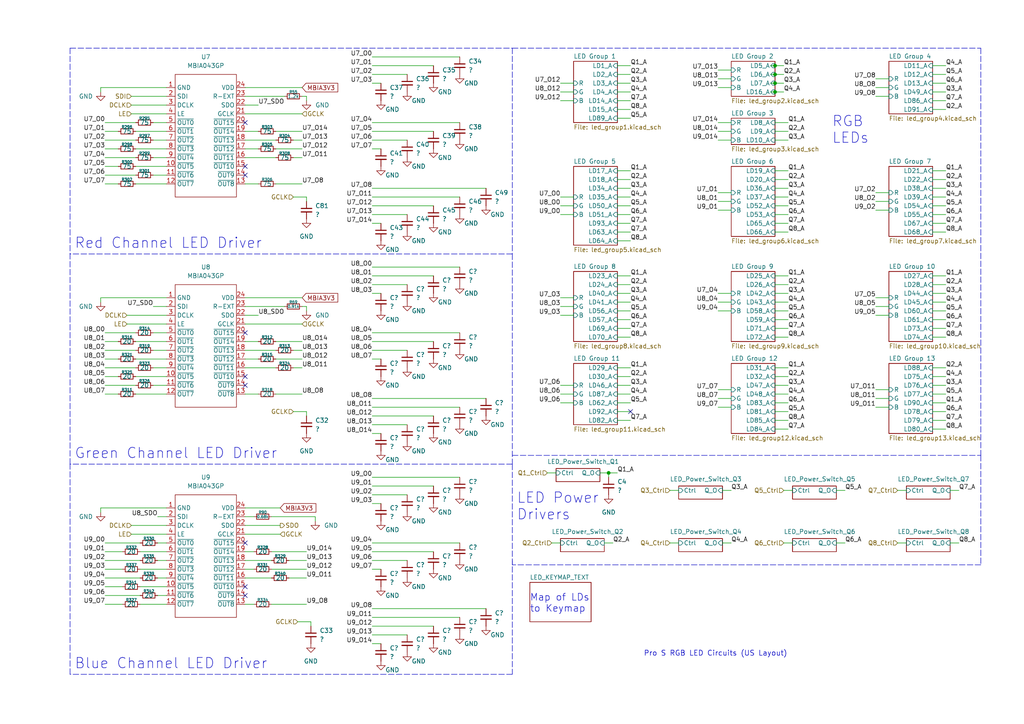
<source format=kicad_sch>
(kicad_sch (version 20211123) (generator eeschema)
  (paper "A4")
  (junction (at 224.79 26.67))
  (junction (at 224.79 24.13))
  (junction (at 176.53 137.16))
  (junction (at 224.79 21.59))
  (junction (at 224.79 19.05))
  (no_connect (at 71.12 172.72))
  (no_connect (at 71.12 170.18))
  (no_connect (at 71.12 111.76))
  (no_connect (at 71.12 109.22))
  (no_connect (at 71.12 96.52))
  (no_connect (at 71.12 157.48))
  (no_connect (at 71.12 35.56))
  (no_connect (at 71.12 48.26))
  (no_connect (at 71.12 50.8))
  (no_connect (at 182.88 119.38))
  (wire (pts (xy 30.48 172.72) (xy 40.64 172.72)))
  (wire (pts (xy 161.29 137.16) (xy 158.75 137.16)))
  (wire (pts (xy 30.48 48.26) (xy 34.29 48.26)))
  (wire (pts (xy 107.95 40.64) (xy 118.11 40.64)))
  (wire (pts (xy 71.12 88.9) (xy 82.55 88.9)))
  (polyline (pts (xy 148.59 134.62) (xy 20.32 134.62)))
  (wire (pts (xy 39.37 109.22) (xy 48.26 109.22)))
  (wire (pts (xy 162.56 86.36) (xy 166.37 86.36)))
  (wire (pts (xy 162.56 59.69) (xy 166.37 59.69)))
  (wire (pts (xy 82.55 27.94) (xy 71.12 27.94)))
  (wire (pts (xy 224.79 85.09) (xy 228.6 85.09)))
  (wire (pts (xy 224.79 40.64) (xy 228.6 40.64)))
  (polyline (pts (xy 20.32 195.58) (xy 20.32 134.62)))
  (wire (pts (xy 71.12 99.06) (xy 74.93 99.06)))
  (wire (pts (xy 107.95 54.61) (xy 140.97 54.61)))
  (wire (pts (xy 270.51 19.05) (xy 274.32 19.05)))
  (wire (pts (xy 71.12 106.68) (xy 80.01 106.68)))
  (wire (pts (xy 78.74 160.02) (xy 88.9 160.02)))
  (wire (pts (xy 208.28 38.1) (xy 212.09 38.1)))
  (wire (pts (xy 224.79 90.17) (xy 228.6 90.17)))
  (wire (pts (xy 179.07 95.25) (xy 182.88 95.25)))
  (wire (pts (xy 30.48 45.72) (xy 39.37 45.72)))
  (wire (pts (xy 107.95 160.02) (xy 125.73 160.02)))
  (wire (pts (xy 162.56 116.84) (xy 166.37 116.84)))
  (polyline (pts (xy 148.59 73.66) (xy 148.59 134.62)))
  (polyline (pts (xy 148.59 13.97) (xy 148.59 73.66)))
  (wire (pts (xy 40.64 160.02) (xy 48.26 160.02)))
  (wire (pts (xy 48.26 96.52) (xy 44.45 96.52)))
  (wire (pts (xy 224.79 67.31) (xy 228.6 67.31)))
  (wire (pts (xy 254 91.44) (xy 257.81 91.44)))
  (wire (pts (xy 30.48 43.18) (xy 34.29 43.18)))
  (wire (pts (xy 162.56 62.23) (xy 166.37 62.23)))
  (wire (pts (xy 224.79 97.79) (xy 228.6 97.79)))
  (wire (pts (xy 107.95 115.57) (xy 140.97 115.57)))
  (wire (pts (xy 30.48 35.56) (xy 39.37 35.56)))
  (wire (pts (xy 88.9 27.94) (xy 87.63 27.94)))
  (wire (pts (xy 208.28 25.4) (xy 212.09 25.4)))
  (wire (pts (xy 245.11 157.48) (xy 242.57 157.48)))
  (wire (pts (xy 39.37 38.1) (xy 48.26 38.1)))
  (wire (pts (xy 179.07 24.13) (xy 182.88 24.13)))
  (wire (pts (xy 224.79 111.76) (xy 228.6 111.76)))
  (wire (pts (xy 270.51 49.53) (xy 274.32 49.53)))
  (wire (pts (xy 71.12 43.18) (xy 74.93 43.18)))
  (wire (pts (xy 30.48 157.48) (xy 40.64 157.48)))
  (wire (pts (xy 196.85 142.24) (xy 194.31 142.24)))
  (wire (pts (xy 254 60.96) (xy 257.81 60.96)))
  (wire (pts (xy 254 88.9) (xy 257.81 88.9)))
  (wire (pts (xy 208.28 85.09) (xy 212.09 85.09)))
  (wire (pts (xy 270.51 26.67) (xy 274.32 26.67)))
  (wire (pts (xy 85.09 40.64) (xy 87.63 40.64)))
  (wire (pts (xy 78.74 175.26) (xy 88.9 175.26)))
  (wire (pts (xy 162.56 26.67) (xy 166.37 26.67)))
  (wire (pts (xy 107.95 123.19) (xy 118.11 123.19)))
  (wire (pts (xy 39.37 48.26) (xy 48.26 48.26)))
  (wire (pts (xy 254 25.4) (xy 257.81 25.4)))
  (wire (pts (xy 80.01 99.06) (xy 87.63 99.06)))
  (wire (pts (xy 162.56 29.21) (xy 166.37 29.21)))
  (wire (pts (xy 107.95 96.52) (xy 133.35 96.52)))
  (wire (pts (xy 179.07 59.69) (xy 182.88 59.69)))
  (wire (pts (xy 91.44 151.13) (xy 91.44 149.86)))
  (wire (pts (xy 30.48 160.02) (xy 35.56 160.02)))
  (wire (pts (xy 87.63 33.02) (xy 71.12 33.02)))
  (wire (pts (xy 71.12 160.02) (xy 73.66 160.02)))
  (wire (pts (xy 71.12 104.14) (xy 74.93 104.14)))
  (wire (pts (xy 30.48 162.56) (xy 40.64 162.56)))
  (wire (pts (xy 71.12 53.34) (xy 74.93 53.34)))
  (wire (pts (xy 208.28 90.17) (xy 212.09 90.17)))
  (wire (pts (xy 107.95 184.15) (xy 118.11 184.15)))
  (wire (pts (xy 270.51 116.84) (xy 274.32 116.84)))
  (wire (pts (xy 48.26 111.76) (xy 44.45 111.76)))
  (wire (pts (xy 254 58.42) (xy 257.81 58.42)))
  (wire (pts (xy 107.95 62.23) (xy 118.11 62.23)))
  (wire (pts (xy 270.51 80.01) (xy 274.32 80.01)))
  (wire (pts (xy 85.09 101.6) (xy 87.63 101.6)))
  (wire (pts (xy 179.07 85.09) (xy 182.88 85.09)))
  (wire (pts (xy 107.95 157.48) (xy 133.35 157.48)))
  (wire (pts (xy 90.17 180.34) (xy 90.17 181.61)))
  (wire (pts (xy 30.48 101.6) (xy 39.37 101.6)))
  (wire (pts (xy 107.95 104.14) (xy 110.49 104.14)))
  (wire (pts (xy 107.95 120.65) (xy 125.73 120.65)))
  (wire (pts (xy 179.07 34.29) (xy 182.88 34.29)))
  (wire (pts (xy 179.07 49.53) (xy 182.88 49.53)))
  (wire (pts (xy 48.26 101.6) (xy 44.45 101.6)))
  (wire (pts (xy 162.56 111.76) (xy 166.37 111.76)))
  (polyline (pts (xy 148.59 134.62) (xy 148.59 195.58)))
  (wire (pts (xy 107.95 21.59) (xy 118.11 21.59)))
  (wire (pts (xy 107.95 125.73) (xy 110.49 125.73)))
  (wire (pts (xy 179.07 114.3) (xy 182.88 114.3)))
  (wire (pts (xy 71.12 175.26) (xy 73.66 175.26)))
  (wire (pts (xy 212.09 142.24) (xy 209.55 142.24)))
  (wire (pts (xy 107.95 146.05) (xy 110.49 146.05)))
  (wire (pts (xy 270.51 52.07) (xy 274.32 52.07)))
  (wire (pts (xy 208.28 40.64) (xy 212.09 40.64)))
  (wire (pts (xy 107.95 24.13) (xy 110.49 24.13)))
  (wire (pts (xy 254 55.88) (xy 257.81 55.88)))
  (wire (pts (xy 40.64 170.18) (xy 48.26 170.18)))
  (wire (pts (xy 30.48 114.3) (xy 34.29 114.3)))
  (wire (pts (xy 29.21 26.67) (xy 29.21 25.4)))
  (wire (pts (xy 80.01 53.34) (xy 87.63 53.34)))
  (wire (pts (xy 39.37 104.14) (xy 48.26 104.14)))
  (wire (pts (xy 179.07 21.59) (xy 182.88 21.59)))
  (wire (pts (xy 224.79 54.61) (xy 228.6 54.61)))
  (wire (pts (xy 48.26 157.48) (xy 45.72 157.48)))
  (wire (pts (xy 270.51 64.77) (xy 274.32 64.77)))
  (wire (pts (xy 270.51 57.15) (xy 274.32 57.15)))
  (wire (pts (xy 38.1 27.94) (xy 48.26 27.94)))
  (wire (pts (xy 278.13 157.48) (xy 275.59 157.48)))
  (wire (pts (xy 88.9 88.9) (xy 87.63 88.9)))
  (wire (pts (xy 224.79 82.55) (xy 228.6 82.55)))
  (wire (pts (xy 224.79 19.05) (xy 227.33 19.05)))
  (polyline (pts (xy 284.48 163.83) (xy 148.59 163.83)))
  (wire (pts (xy 224.79 80.01) (xy 228.6 80.01)))
  (wire (pts (xy 30.48 53.34) (xy 34.29 53.34)))
  (wire (pts (xy 107.95 143.51) (xy 118.11 143.51)))
  (wire (pts (xy 179.07 31.75) (xy 182.88 31.75)))
  (wire (pts (xy 224.79 52.07) (xy 228.6 52.07)))
  (wire (pts (xy 229.87 157.48) (xy 227.33 157.48)))
  (wire (pts (xy 107.95 101.6) (xy 118.11 101.6)))
  (polyline (pts (xy 148.59 163.83) (xy 148.59 162.56)))
  (wire (pts (xy 223.52 21.59) (xy 224.79 21.59)))
  (wire (pts (xy 179.07 64.77) (xy 182.88 64.77)))
  (wire (pts (xy 44.45 88.9) (xy 48.26 88.9)))
  (polyline (pts (xy 20.32 13.97) (xy 20.32 73.66)))
  (wire (pts (xy 48.26 106.68) (xy 44.45 106.68)))
  (wire (pts (xy 224.79 49.53) (xy 228.6 49.53)))
  (wire (pts (xy 229.87 142.24) (xy 227.33 142.24)))
  (wire (pts (xy 179.07 54.61) (xy 182.88 54.61)))
  (wire (pts (xy 179.07 67.31) (xy 182.88 67.31)))
  (wire (pts (xy 36.83 93.98) (xy 48.26 93.98)))
  (wire (pts (xy 224.79 21.59) (xy 227.33 21.59)))
  (wire (pts (xy 212.09 157.48) (xy 209.55 157.48)))
  (wire (pts (xy 48.26 162.56) (xy 45.72 162.56)))
  (wire (pts (xy 38.1 154.94) (xy 48.26 154.94)))
  (wire (pts (xy 224.79 116.84) (xy 228.6 116.84)))
  (wire (pts (xy 107.95 77.47) (xy 133.35 77.47)))
  (wire (pts (xy 224.79 109.22) (xy 228.6 109.22)))
  (wire (pts (xy 107.95 186.69) (xy 110.49 186.69)))
  (wire (pts (xy 254 86.36) (xy 257.81 86.36)))
  (wire (pts (xy 39.37 43.18) (xy 48.26 43.18)))
  (wire (pts (xy 83.82 162.56) (xy 88.9 162.56)))
  (wire (pts (xy 270.51 87.63) (xy 274.32 87.63)))
  (wire (pts (xy 38.1 30.48) (xy 48.26 30.48)))
  (wire (pts (xy 30.48 109.22) (xy 34.29 109.22)))
  (wire (pts (xy 38.1 33.02) (xy 48.26 33.02)))
  (wire (pts (xy 176.53 137.16) (xy 176.53 138.43)))
  (wire (pts (xy 270.51 82.55) (xy 274.32 82.55)))
  (wire (pts (xy 85.09 57.15) (xy 88.9 57.15)))
  (wire (pts (xy 208.28 113.03) (xy 212.09 113.03)))
  (wire (pts (xy 208.28 20.32) (xy 212.09 20.32)))
  (wire (pts (xy 73.66 149.86) (xy 71.12 149.86)))
  (wire (pts (xy 179.07 26.67) (xy 182.88 26.67)))
  (wire (pts (xy 270.51 29.21) (xy 274.32 29.21)))
  (wire (pts (xy 262.89 142.24) (xy 260.35 142.24)))
  (wire (pts (xy 71.12 165.1) (xy 73.66 165.1)))
  (wire (pts (xy 107.95 85.09) (xy 110.49 85.09)))
  (wire (pts (xy 270.51 59.69) (xy 274.32 59.69)))
  (wire (pts (xy 224.79 64.77) (xy 228.6 64.77)))
  (wire (pts (xy 30.48 170.18) (xy 35.56 170.18)))
  (wire (pts (xy 224.79 124.46) (xy 228.6 124.46)))
  (wire (pts (xy 85.09 45.72) (xy 87.63 45.72)))
  (wire (pts (xy 270.51 95.25) (xy 274.32 95.25)))
  (wire (pts (xy 85.09 119.38) (xy 88.9 119.38)))
  (wire (pts (xy 30.48 165.1) (xy 35.56 165.1)))
  (wire (pts (xy 223.52 19.05) (xy 224.79 19.05)))
  (wire (pts (xy 30.48 38.1) (xy 34.29 38.1)))
  (wire (pts (xy 71.12 45.72) (xy 80.01 45.72)))
  (wire (pts (xy 71.12 162.56) (xy 78.74 162.56)))
  (wire (pts (xy 83.82 167.64) (xy 88.9 167.64)))
  (wire (pts (xy 48.26 35.56) (xy 44.45 35.56)))
  (wire (pts (xy 179.07 109.22) (xy 182.88 109.22)))
  (polyline (pts (xy 148.59 195.58) (xy 20.32 195.58)))
  (wire (pts (xy 71.12 91.44) (xy 74.93 91.44)))
  (wire (pts (xy 179.07 69.85) (xy 182.88 69.85)))
  (wire (pts (xy 162.56 24.13) (xy 166.37 24.13)))
  (wire (pts (xy 270.51 119.38) (xy 274.32 119.38)))
  (wire (pts (xy 224.79 59.69) (xy 228.6 59.69)))
  (wire (pts (xy 107.95 64.77) (xy 110.49 64.77)))
  (wire (pts (xy 224.79 24.13) (xy 227.33 24.13)))
  (wire (pts (xy 48.26 40.64) (xy 44.45 40.64)))
  (wire (pts (xy 81.28 152.4) (xy 71.12 152.4)))
  (wire (pts (xy 29.21 25.4) (xy 48.26 25.4)))
  (wire (pts (xy 88.9 90.17) (xy 88.9 88.9)))
  (wire (pts (xy 48.26 50.8) (xy 44.45 50.8)))
  (wire (pts (xy 179.07 52.07) (xy 182.88 52.07)))
  (wire (pts (xy 179.07 87.63) (xy 182.88 87.63)))
  (wire (pts (xy 270.51 31.75) (xy 274.32 31.75)))
  (wire (pts (xy 39.37 114.3) (xy 48.26 114.3)))
  (wire (pts (xy 270.51 114.3) (xy 274.32 114.3)))
  (wire (pts (xy 208.28 118.11) (xy 212.09 118.11)))
  (wire (pts (xy 107.95 162.56) (xy 118.11 162.56)))
  (wire (pts (xy 29.21 148.59) (xy 29.21 147.32)))
  (wire (pts (xy 107.95 80.01) (xy 125.73 80.01)))
  (wire (pts (xy 270.51 85.09) (xy 274.32 85.09)))
  (wire (pts (xy 224.79 114.3) (xy 228.6 114.3)))
  (polyline (pts (xy 148.59 73.66) (xy 20.32 73.66)))
  (wire (pts (xy 107.95 138.43) (xy 133.35 138.43)))
  (polyline (pts (xy 148.59 132.08) (xy 284.48 132.08)))
  (wire (pts (xy 107.95 16.51) (xy 133.35 16.51)))
  (wire (pts (xy 48.26 45.72) (xy 44.45 45.72)))
  (wire (pts (xy 107.95 140.97) (xy 125.73 140.97)))
  (wire (pts (xy 78.74 149.86) (xy 91.44 149.86)))
  (wire (pts (xy 224.79 62.23) (xy 228.6 62.23)))
  (wire (pts (xy 270.51 106.68) (xy 274.32 106.68)))
  (wire (pts (xy 208.28 87.63) (xy 212.09 87.63)))
  (wire (pts (xy 30.48 99.06) (xy 34.29 99.06)))
  (wire (pts (xy 88.9 57.15) (xy 88.9 58.42)))
  (wire (pts (xy 48.26 167.64) (xy 45.72 167.64)))
  (wire (pts (xy 179.07 92.71) (xy 182.88 92.71)))
  (wire (pts (xy 30.48 96.52) (xy 39.37 96.52)))
  (wire (pts (xy 179.07 57.15) (xy 182.88 57.15)))
  (wire (pts (xy 107.95 165.1) (xy 110.49 165.1)))
  (wire (pts (xy 224.79 92.71) (xy 228.6 92.71)))
  (wire (pts (xy 270.51 67.31) (xy 274.32 67.31)))
  (wire (pts (xy 40.64 175.26) (xy 48.26 175.26)))
  (wire (pts (xy 30.48 50.8) (xy 39.37 50.8)))
  (wire (pts (xy 85.09 106.68) (xy 87.63 106.68)))
  (wire (pts (xy 224.79 57.15) (xy 228.6 57.15)))
  (wire (pts (xy 224.79 26.67) (xy 227.33 26.67)))
  (wire (pts (xy 270.51 62.23) (xy 274.32 62.23)))
  (polyline (pts (xy 148.59 13.97) (xy 284.48 13.97)))
  (wire (pts (xy 86.36 180.34) (xy 90.17 180.34)))
  (wire (pts (xy 40.64 165.1) (xy 48.26 165.1)))
  (wire (pts (xy 107.95 179.07) (xy 133.35 179.07)))
  (wire (pts (xy 254 115.57) (xy 257.81 115.57)))
  (wire (pts (xy 270.51 24.13) (xy 274.32 24.13)))
  (wire (pts (xy 71.12 30.48) (xy 74.93 30.48)))
  (wire (pts (xy 223.52 26.67) (xy 224.79 26.67)))
  (wire (pts (xy 88.9 119.38) (xy 88.9 120.65)))
  (wire (pts (xy 107.95 19.05) (xy 125.73 19.05)))
  (wire (pts (xy 30.48 167.64) (xy 40.64 167.64)))
  (wire (pts (xy 107.95 176.53) (xy 140.97 176.53)))
  (wire (pts (xy 254 118.11) (xy 257.81 118.11)))
  (polyline (pts (xy 20.32 13.97) (xy 148.59 13.97)))
  (wire (pts (xy 78.74 165.1) (xy 88.9 165.1)))
  (wire (pts (xy 254 22.86) (xy 257.81 22.86)))
  (wire (pts (xy 270.51 109.22) (xy 274.32 109.22)))
  (wire (pts (xy 107.95 35.56) (xy 133.35 35.56)))
  (wire (pts (xy 107.95 82.55) (xy 118.11 82.55)))
  (wire (pts (xy 88.9 29.21) (xy 88.9 27.94)))
  (wire (pts (xy 224.79 95.25) (xy 228.6 95.25)))
  (wire (pts (xy 224.79 38.1) (xy 228.6 38.1)))
  (wire (pts (xy 107.95 59.69) (xy 125.73 59.69)))
  (wire (pts (xy 107.95 57.15) (xy 133.35 57.15)))
  (wire (pts (xy 196.85 157.48) (xy 194.31 157.48)))
  (wire (pts (xy 45.72 149.86) (xy 48.26 149.86)))
  (wire (pts (xy 208.28 35.56) (xy 212.09 35.56)))
  (wire (pts (xy 176.53 137.16) (xy 173.99 137.16)))
  (polyline (pts (xy 284.48 132.08) (xy 284.48 163.83)))
  (wire (pts (xy 107.95 99.06) (xy 125.73 99.06)))
  (wire (pts (xy 30.48 175.26) (xy 35.56 175.26)))
  (wire (pts (xy 39.37 53.34) (xy 48.26 53.34)))
  (polyline (pts (xy 196.85 132.08) (xy 196.85 132.08)))
  (wire (pts (xy 224.79 106.68) (xy 228.6 106.68)))
  (wire (pts (xy 208.28 60.96) (xy 212.09 60.96)))
  (wire (pts (xy 179.07 29.21) (xy 182.88 29.21)))
  (wire (pts (xy 71.12 167.64) (xy 78.74 167.64)))
  (wire (pts (xy 179.07 111.76) (xy 182.88 111.76)))
  (wire (pts (xy 162.56 57.15) (xy 166.37 57.15)))
  (wire (pts (xy 208.28 22.86) (xy 212.09 22.86)))
  (polyline (pts (xy 284.48 13.97) (xy 284.48 132.08)))
  (wire (pts (xy 30.48 106.68) (xy 39.37 106.68)))
  (wire (pts (xy 179.07 116.84) (xy 182.88 116.84)))
  (wire (pts (xy 254 113.03) (xy 257.81 113.03)))
  (wire (pts (xy 270.51 21.59) (xy 274.32 21.59)))
  (wire (pts (xy 179.07 119.38) (xy 182.88 119.38)))
  (wire (pts (xy 107.95 181.61) (xy 125.73 181.61)))
  (wire (pts (xy 30.48 111.76) (xy 39.37 111.76)))
  (wire (pts (xy 71.12 38.1) (xy 74.93 38.1)))
  (wire (pts (xy 254 27.94) (xy 257.81 27.94)))
  (wire (pts (xy 179.07 80.01) (xy 182.88 80.01)))
  (wire (pts (xy 270.51 90.17) (xy 274.32 90.17)))
  (wire (pts (xy 270.51 92.71) (xy 274.32 92.71)))
  (wire (pts (xy 162.56 157.48) (xy 160.02 157.48)))
  (wire (pts (xy 224.79 119.38) (xy 228.6 119.38)))
  (wire (pts (xy 262.89 157.48) (xy 260.35 157.48)))
  (wire (pts (xy 179.07 82.55) (xy 182.88 82.55)))
  (wire (pts (xy 29.21 86.36) (xy 48.26 86.36)))
  (wire (pts (xy 81.28 154.94) (xy 71.12 154.94)))
  (wire (pts (xy 71.12 114.3) (xy 74.93 114.3)))
  (wire (pts (xy 107.95 118.11) (xy 133.35 118.11)))
  (wire (pts (xy 179.07 62.23) (xy 182.88 62.23)))
  (wire (pts (xy 71.12 40.64) (xy 80.01 40.64)))
  (wire (pts (xy 208.28 55.88) (xy 212.09 55.88)))
  (wire (pts (xy 270.51 97.79) (xy 274.32 97.79)))
  (wire (pts (xy 179.07 90.17) (xy 182.88 90.17)))
  (wire (pts (xy 179.07 19.05) (xy 182.88 19.05)))
  (wire (pts (xy 224.79 35.56) (xy 228.6 35.56)))
  (polyline (pts (xy 20.32 134.62) (xy 20.32 73.66)))
  (wire (pts (xy 71.12 25.4) (xy 87.63 25.4)))
  (wire (pts (xy 29.21 87.63) (xy 29.21 86.36)))
  (wire (pts (xy 270.51 121.92) (xy 274.32 121.92)))
  (wire (pts (xy 29.21 147.32) (xy 48.26 147.32)))
  (wire (pts (xy 107.95 43.18) (xy 110.49 43.18)))
  (wire (pts (xy 224.79 121.92) (xy 228.6 121.92)))
  (wire (pts (xy 80.01 104.14) (xy 87.63 104.14)))
  (wire (pts (xy 48.26 172.72) (xy 45.72 172.72)))
  (wire (pts (xy 224.79 87.63) (xy 228.6 87.63)))
  (wire (pts (xy 71.12 86.36) (xy 87.63 86.36)))
  (wire (pts (xy 162.56 88.9) (xy 166.37 88.9)))
  (wire (pts (xy 80.01 114.3) (xy 87.63 114.3)))
  (wire (pts (xy 36.83 91.44) (xy 48.26 91.44)))
  (wire (pts (xy 270.51 111.76) (xy 274.32 111.76)))
  (wire (pts (xy 208.28 115.57) (xy 212.09 115.57)))
  (wire (pts (xy 71.12 147.32) (xy 81.28 147.32)))
  (wire (pts (xy 179.07 97.79) (xy 182.88 97.79)))
  (wire (pts (xy 278.13 142.24) (xy 275.59 142.24)))
  (wire (pts (xy 80.01 38.1) (xy 87.63 38.1)))
  (wire (pts (xy 270.51 124.46) (xy 274.32 124.46)))
  (wire (pts (xy 179.07 106.68) (xy 182.88 106.68)))
  (wire (pts (xy 30.48 104.14) (xy 34.29 104.14)))
  (wire (pts (xy 38.1 152.4) (xy 48.26 152.4)))
  (wire (pts (xy 87.63 93.98) (xy 71.12 93.98)))
  (wire (pts (xy 177.8 157.48) (xy 175.26 157.48)))
  (wire (pts (xy 71.12 101.6) (xy 80.01 101.6)))
  (wire (pts (xy 162.56 91.44) (xy 166.37 91.44)))
  (wire (pts (xy 39.37 99.06) (xy 48.26 99.06)))
  (wire (pts (xy 162.56 114.3) (xy 166.37 114.3)))
  (wire (pts (xy 179.07 137.16) (xy 176.53 137.16)))
  (wire (pts (xy 208.28 58.42) (xy 212.09 58.42)))
  (wire (pts (xy 30.48 40.64) (xy 39.37 40.64)))
  (wire (pts (xy 80.01 43.18) (xy 87.63 43.18)))
  (wire (pts (xy 245.11 142.24) (xy 242.57 142.24)))
  (wire (pts (xy 270.51 54.61) (xy 274.32 54.61)))
  (wire (pts (xy 223.52 24.13) (xy 224.79 24.13)))
  (wire (pts (xy 107.95 38.1) (xy 125.73 38.1)))
  (wire (pts (xy 179.07 121.92) (xy 182.88 121.92)))
  (text "Map of LDs\nto Keymap" (at 153.67 177.8 0) (effects (font (size 2 2)) (justify left bottom)))
  (text "Blue Channel LED Driver" (at 21.59 194.31 0) (effects (font (size 3 3)) (justify left bottom)))
  (text "Red Channel LED Driver" (at 21.59 72.39 0) (effects (font (size 3 3)) (justify left bottom)))
  (text "Pro S RGB LED Circuits (US Layout)" (at 186.69 190.5 0) (effects (font (size 1.5 1.5)) (justify left bottom)))
  (text "LED Power\nDrivers" (at 149.86 151.13 0) (effects (font (size 3 3)) (justify left bottom)))
  (text "Green Channel LED Driver" (at 21.59 133.35 0) (effects (font (size 3 3)) (justify left bottom)))
  (text "RGB\nLEDs" (at 241.3 41.91 0) (effects (font (size 3 3)) (justify left bottom)))
  (label "U7_O3" (at 107.95 24.13 180))
  (label "Q7_A" (at 274.32 121.92 0))
  (label "U9_O14" (at 88.9 160.02 0))
  (label "Q7_A" (at 228.6 95.25 0))
  (label "U7_O1" (at 30.48 38.1 180))
  (label "U9_O5" (at 254 91.44 180))
  (label "Q1_A" (at 228.6 106.68 0))
  (label "U8_O2" (at 254 58.42 180))
  (label "Q6_A" (at 228.6 92.71 0))
  (label "Q7_A" (at 182.88 121.92 0))
  (label "U7_O7" (at 30.48 53.34 180))
  (label "Q5_A" (at 245.11 142.24 0))
  (label "Q8_A" (at 278.13 157.48 0))
  (label "Q8_A" (at 228.6 121.92 0))
  (label "Q2_A" (at 228.6 82.55 0))
  (label "U9_O4" (at 107.95 157.48 180))
  (label "Q1_A" (at 182.88 106.68 0))
  (label "Q5_A" (at 182.88 116.84 0))
  (label "Q2_A" (at 274.32 106.68 0))
  (label "U9_O0" (at 30.48 157.48 180))
  (label "Q5_A" (at 228.6 59.69 0))
  (label "Q1_A" (at 182.88 80.01 0))
  (label "U7_O13" (at 208.28 20.32 180))
  (label "U9_O1" (at 208.28 60.96 180))
  (label "Q2_A" (at 182.88 109.22 0))
  (label "Q7_A" (at 228.6 64.77 0))
  (label "Q1_A" (at 179.07 137.16 0))
  (label "U7_O2" (at 254 55.88 180))
  (label "U7_O0" (at 107.95 16.51 180))
  (label "Q7_A" (at 182.88 29.21 0))
  (label "U9_O6" (at 30.48 172.72 180))
  (label "U7_O6" (at 162.56 111.76 180))
  (label "U7_O1" (at 107.95 19.05 180))
  (label "U8_O11" (at 87.63 106.68 0))
  (label "Q3_A" (at 228.6 111.76 0))
  (label "Q5_A" (at 182.88 90.17 0))
  (label "U9_O12" (at 88.9 165.1 0))
  (label "Q1_A" (at 182.88 19.05 0))
  (label "U9_O11" (at 107.95 179.07 180))
  (label "Q4_A" (at 228.6 87.63 0))
  (label "Q2_A" (at 274.32 52.07 0))
  (label "U9_O12" (at 162.56 29.21 180))
  (label "Q1_A" (at 274.32 80.01 0))
  (label "U8_O0" (at 162.56 59.69 180))
  (label "U9_O3" (at 107.95 146.05 180))
  (label "Q3_A" (at 274.32 111.76 0))
  (label "U9_O2" (at 254 60.96 180))
  (label "Q7_A" (at 278.13 142.24 0))
  (label "U7_O12" (at 162.56 24.13 180))
  (label "U8_SDO" (at 45.72 149.86 180))
  (label "U8_O6" (at 162.56 114.3 180))
  (label "U8_O14" (at 107.95 125.73 180))
  (label "U9_O0" (at 107.95 138.43 180))
  (label "Q4_A" (at 227.33 26.67 0))
  (label "Q4_A" (at 182.88 114.3 0))
  (label "U7_SDO" (at 44.45 88.9 180))
  (label "Q8_A" (at 274.32 67.31 0))
  (label "Q5_A" (at 228.6 119.38 0))
  (label "Q5_A" (at 274.32 59.69 0))
  (label "Q6_A" (at 274.32 24.13 0))
  (label "U9_O1" (at 107.95 140.97 180))
  (label "U8_O8" (at 254 25.4 180))
  (label "U7_O11" (at 254 113.03 180))
  (label "Q4_A" (at 228.6 57.15 0))
  (label "U9_O4" (at 30.48 167.64 180))
  (label "Q1_A" (at 182.88 49.53 0))
  (label "Q8_A" (at 274.32 124.46 0))
  (label "U9_O13" (at 208.28 25.4 180))
  (label "Q8_A" (at 228.6 97.79 0))
  (label "U8_O5" (at 30.48 109.22 180))
  (label "U8_O5" (at 254 88.9 180))
  (label "Q1_A" (at 228.6 35.56 0))
  (label "Q7_A" (at 182.88 67.31 0))
  (label "Q6_A" (at 274.32 119.38 0))
  (label "U9_O14" (at 107.95 186.69 180))
  (label "U7_O11" (at 87.63 45.72 0))
  (label "Q2_A" (at 274.32 31.75 0))
  (label "Q3_A" (at 228.6 40.64 0))
  (label "Q2_A" (at 182.88 52.07 0))
  (label "U7_O12" (at 107.95 59.69 180))
  (label "Q5_A" (at 182.88 34.29 0))
  (label "Q4_A" (at 274.32 109.22 0))
  (label "U7_O13" (at 87.63 40.64 0))
  (label "U7_O2" (at 30.48 40.64 180))
  (label "U9_O2" (at 107.95 143.51 180))
  (label "U7_O8" (at 254 22.86 180))
  (label "Q5_A" (at 274.32 90.17 0))
  (label "U7_O11" (at 107.95 57.15 180))
  (label "U7_O14" (at 208.28 35.56 180))
  (label "U9_O3" (at 162.56 91.44 180))
  (label "U8_O13" (at 107.95 123.19 180))
  (label "Q6_A" (at 182.88 62.23 0))
  (label "U9_O2" (at 30.48 162.56 180))
  (label "U7_O2" (at 107.95 21.59 180))
  (label "U8_O3" (at 162.56 88.9 180))
  (label "U8_O7" (at 107.95 104.14 180))
  (label "Q1_A" (at 274.32 49.53 0))
  (label "Q3_A" (at 228.6 54.61 0))
  (label "Q3_A" (at 274.32 85.09 0))
  (label "Q7_A" (at 182.88 64.77 0))
  (label "Q8_A" (at 182.88 31.75 0))
  (label "Q5_A" (at 182.88 59.69 0))
  (label "U8_O1" (at 208.28 58.42 180))
  (label "U7_O6" (at 30.48 50.8 180))
  (label "U8_O0" (at 30.48 96.52 180))
  (label "U8_O8" (at 107.95 115.57 180))
  (label "Q3_A" (at 182.88 54.61 0))
  (label "U8_O14" (at 208.28 38.1 180))
  (label "U7_O4" (at 30.48 45.72 180))
  (label "Q5_A" (at 274.32 114.3 0))
  (label "U7_O3" (at 30.48 43.18 180))
  (label "U8_O3" (at 30.48 104.14 180))
  (label "U9_O8" (at 107.95 176.53 180))
  (label "Q3_A" (at 182.88 24.13 0))
  (label "U8_O2" (at 30.48 101.6 180))
  (label "U8_O8" (at 87.63 114.3 0))
  (label "U8_O14" (at 87.63 99.06 0))
  (label "U8_O4" (at 107.95 96.52 180))
  (label "Q4_A" (at 228.6 114.3 0))
  (label "U9_O6" (at 107.95 162.56 180))
  (label "U8_O12" (at 162.56 26.67 180))
  (label "Q1_A" (at 227.33 19.05 0))
  (label "U8_O2" (at 107.95 82.55 180))
  (label "Q6_A" (at 245.11 157.48 0))
  (label "U9_O12" (at 107.95 181.61 180))
  (label "U9_O7" (at 30.48 175.26 180))
  (label "U9_O13" (at 107.95 184.15 180))
  (label "Q7_A" (at 274.32 29.21 0))
  (label "Q4_A" (at 274.32 57.15 0))
  (label "Q5_A" (at 228.6 90.17 0))
  (label "U8_O6" (at 30.48 111.76 180))
  (label "Q8_A" (at 274.32 97.79 0))
  (label "Q6_A" (at 274.32 92.71 0))
  (label "U9_O1" (at 30.48 160.02 180))
  (label "U9_O0" (at 162.56 62.23 180))
  (label "U7_O5" (at 254 86.36 180))
  (label "Q4_A" (at 182.88 26.67 0))
  (label "U8_O12" (at 107.95 120.65 180))
  (label "U8_O12" (at 87.63 104.14 0))
  (label "U7_O0" (at 30.48 35.56 180))
  (label "U7_SDO" (at 74.93 30.48 0))
  (label "U7_O5" (at 107.95 38.1 180))
  (label "Q3_A" (at 274.32 54.61 0))
  (label "U9_O8" (at 254 27.94 180))
  (label "Q3_A" (at 182.88 111.76 0))
  (label "U9_O5" (at 107.95 160.02 180))
  (label "U8_O13" (at 87.63 101.6 0))
  (label "Q7_A" (at 228.6 124.46 0))
  (label "U7_O4" (at 208.28 85.09 180))
  (label "U7_O13" (at 107.95 62.23 180))
  (label "U8_O3" (at 107.95 85.09 180))
  (label "U7_O8" (at 87.63 53.34 0))
  (label "U9_O11" (at 254 118.11 180))
  (label "U7_O6" (at 107.95 40.64 180))
  (label "Q1_A" (at 274.32 116.84 0))
  (label "U7_O14" (at 87.63 38.1 0))
  (label "U8_O4" (at 208.28 87.63 180))
  (label "U8_SDO" (at 74.93 91.44 0))
  (label "Q8_A" (at 228.6 67.31 0))
  (label "Q1_A" (at 228.6 80.01 0))
  (label "U8_O13" (at 208.28 22.86 180))
  (label "U7_O7" (at 107.95 43.18 180))
  (label "U8_O5" (at 107.95 99.06 180))
  (label "U8_O7" (at 208.28 115.57 180))
  (label "Q3_A" (at 227.33 24.13 0))
  (label "Q2_A" (at 228.6 109.22 0))
  (label "Q2_A" (at 182.88 82.55 0))
  (label "Q4_A" (at 274.32 19.05 0))
  (label "U9_O3" (at 30.48 165.1 180))
  (label "U8_O4" (at 30.48 106.68 180))
  (label "Q4_A" (at 182.815 87.63 0))
  (label "U9_O5" (at 30.48 170.18 180))
  (label "Q8_A" (at 182.88 97.79 0))
  (label "U8_O7" (at 30.48 114.3 180))
  (label "U9_O11" (at 88.9 167.64 0))
  (label "U7_O8" (at 107.95 54.61 180))
  (label "Q4_A" (at 212.09 157.48 0))
  (label "Q3_A" (at 228.6 85.09 0))
  (label "Q1_A" (at 228.6 49.53 0))
  (label "U8_O0" (at 107.95 77.47 180))
  (label "U9_O7" (at 208.28 118.11 180))
  (label "U7_O7" (at 208.28 113.03 180))
  (label "U7_O5" (at 30.48 48.26 180))
  (label "U7_O3" (at 162.56 86.36 180))
  (label "U9_O7" (at 107.95 165.1 180))
  (label "U8_O1" (at 107.95 80.01 180))
  (label "U8_O6" (at 107.95 101.6 180))
  (label "U9_O13" (at 88.9 162.56 0))
  (label "Q4_A" (at 274.32 87.63 0))
  (label "U8_O11" (at 107.95 118.11 180))
  (label "Q3_A" (at 212.09 142.24 0))
  (label "Q3_A" (at 274.32 26.67 0))
  (label "Q2_A" (at 274.32 82.55 0))
  (label "U9_O6" (at 162.56 116.84 180))
  (label "Q7_A" (at 274.32 95.25 0))
  (label "U7_O12" (at 87.63 43.18 0))
  (label "Q2_A" (at 227.33 21.59 0))
  (label "Q6_A" (at 228.6 116.84 0))
  (label "U7_O1" (at 208.28 55.88 180))
  (label "Q2_A" (at 177.8 157.48 0))
  (label "U9_O14" (at 208.28 40.64 180))
  (label "Q7_A" (at 182.88 95.25 0))
  (label "U7_O4" (at 107.95 35.56 180))
  (label "Q7_A" (at 274.32 64.77 0))
  (label "U7_O0" (at 162.56 57.15 180))
  (label "U8_O11" (at 254 115.57 180))
  (label "Q2_A" (at 228.6 38.1 0))
  (label "Q6_A" (at 182.88 92.71 0))
  (label "U8_O1" (at 30.48 99.06 180))
  (label "Q2_A" (at 228.6 52.07 0))
  (label "U9_O4" (at 208.28 90.17 180))
  (label "Q8_A" (at 182.88 69.85 0))
  (label "Q6_A" (at 274.32 62.23 0))
  (label "Q2_A" (at 182.88 21.59 0))
  (label "Q5_A" (at 274.32 21.59 0))
  (label "Q6_A" (at 228.6 62.23 0))
  (label "Q4_A" (at 182.88 57.15 0))
  (label "U7_O14" (at 107.95 64.77 180))
  (label "Q3_A" (at 182.88 85.09 0))
  (label "U9_O8" (at 88.9 175.26 0))
  (global_label "MBIA3V3" (shape input) (at 81.28 147.32 0) (property "Intersheet References" "${INTERSHEET_REFS}" (effects hide)))
  (global_label "MBIA3V3" (shape input) (at 87.63 25.4 0) (property "Intersheet References" "${INTERSHEET_REFS}" (effects hide)))
  (global_label "MBIA3V3" (shape input) (at 87.63 86.36 0) (property "Intersheet References" "${INTERSHEET_REFS}" (effects hide)))
  (hierarchical_label "DCLK" (shape input) (at 38.1 30.48 180))
  (hierarchical_label "GCLK" (shape input) (at 85.09 57.15 180))
  (hierarchical_label "Q3_Ctrl" (shape input) (at 194.31 142.24 180))
  (hierarchical_label "GCLK" (shape input) (at 87.63 33.02 0))
  (hierarchical_label "GCLK" (shape input) (at 86.36 180.34 180))
  (hierarchical_label "DCLK" (shape input) (at 36.83 91.44 180))
  (hierarchical_label "GCLK" (shape input) (at 87.63 93.98 0))
  (hierarchical_label "GCLK" (shape input) (at 81.28 154.94 0))
  (hierarchical_label "DCLK" (shape input) (at 38.1 152.4 180))
  (hierarchical_label "Q4_Ctrl" (shape input) (at 194.31 157.48 180))
  (hierarchical_label "Q5_Ctrl" (shape input) (at 227.33 142.24 180))
  (hierarchical_label "LE" (shape input) (at 36.83 93.98 180))
  (hierarchical_label "SDI" (shape input) (at 38.1 27.94 180))
  (hierarchical_label "Q6_Ctrl" (shape input) (at 227.33 157.48 180))
  (hierarchical_label "SDO" (shape output) (at 81.28 152.4 0))
  (hierarchical_label "Q8_Ctrl" (shape input) (at 260.35 157.48 180))
  (hierarchical_label "Q1_Ctrl" (shape input) (at 158.75 137.16 180))
  (hierarchical_label "Q7_Ctrl" (shape input) (at 260.35 142.24 180))
  (hierarchical_label "LE" (shape input) (at 38.1 154.94 180))
  (hierarchical_label "LE" (shape input) (at 38.1 33.02 180))
  (hierarchical_label "GCLK" (shape input) (at 85.09 119.38 180))
  (hierarchical_label "Q2_Ctrl" (shape input) (at 160.02 157.48 180))
  (symbol (lib_id "Device:C_Small") (at 118.11 85.09 0) (unit 1)
    (property "Reference" "C?" (at 120.65 83.8262 0) (effects (justify left)))
    (property "Value" "?" (at 120.65 86.36 0) (effects (justify left)))
  )
  (symbol (lib_id "Device:R_Small") (at 41.91 35.56 90) (unit 1)
    (property "Reference" "R295" (at 41.91 34.29 90) (effects (font (size 0.8 0.8))))
    (property "Value" "75" (at 41.91 35.56 90))
  )
  (symbol (lib_id "Device:R_Small") (at 38.1 165.1 90) (unit 1)
    (property "Reference" "R337" (at 38.1 163.83 90) (effects (font (size 0.8 0.8))))
    (property "Value" "20" (at 38.1 165.1 90))
  )
  (symbol (lib_id "Device:R_Small") (at 81.28 162.56 90) (unit 1)
    (property "Reference" "R329" (at 81.28 161.29 90) (effects (font (size 0.8 0.8))))
    (property "Value" "20" (at 81.28 162.56 90))
  )
  (symbol (lib_id "Device:R_Small") (at 36.83 114.3 90) (unit 1)
    (property "Reference" "R311" (at 36.83 113.03 90) (effects (font (size 0.8 0.8))))
    (property "Value" "20" (at 36.83 114.3 90))
  )
  (symbol (lib_id "Device:C_Small") (at 125.73 82.55 0) (unit 1)
    (property "Reference" "C?" (at 128.27 81.2862 0) (effects (justify left)))
    (property "Value" "?" (at 128.27 83.82 0) (effects (justify left)))
  )
  (symbol (lib_id "Device:R_Small") (at 36.83 99.06 90) (unit 1)
    (property "Reference" "R316" (at 36.83 97.79 90) (effects (font (size 0.8 0.8))))
    (property "Value" "20" (at 36.83 99.06 90))
  )
  (symbol (lib_id "Device:C_Small") (at 110.49 45.72 0) (unit 1)
    (property "Reference" "C41" (at 113.03 44.4562 0) (effects (justify left)))
    (property "Value" "?" (at 113.03 46.99 0) (effects (justify left)))
  )
  (symbol (lib_id "power:GND") (at 125.73 43.18 0) (unit 1)
    (property "Reference" "#PWR?" (effects hide))
    (property "Value" "GND" (at 127 45.72 0) (effects (justify left)))
  )
  (symbol (lib_id "power:GND") (at 118.11 189.23 0) (unit 1)
    (property "Reference" "#PWR?" (effects hide))
    (property "Value" "GND" (at 119.38 191.77 0) (effects (justify left)))
  )
  (symbol (lib_id "power:GND") (at 133.35 184.15 0) (unit 1)
    (property "Reference" "#PWR?" (effects hide))
    (property "Value" "GND" (at 134.62 186.69 0) (effects (justify left)))
  )
  (symbol (lib_id "power:GND") (at 110.49 151.13 0) (unit 1)
    (property "Reference" "#PWR?" (effects hide))
    (property "Value" "GND" (at 111.76 153.67 0) (effects (justify left)))
  )
  (symbol (lib_id "Device:R_Small") (at 76.2 175.26 90) (unit 1)
    (property "Reference" "R334" (at 76.2 173.99 90) (effects (font (size 0.8 0.8))))
    (property "Value" "20" (at 76.2 175.26 90))
  )
  (symbol (lib_id "Device:C_Small") (at 133.35 160.02 0) (unit 1)
    (property "Reference" "C?" (at 135.89 158.7562 0) (effects (justify left)))
    (property "Value" "?" (at 135.89 161.29 0) (effects (justify left)))
  )
  (symbol (lib_name "MBIA043GP_2") (lib_id "MBIA043:MBIA043GP") (at 59.69 100.33 0) (unit 1)
    (property "Reference" "U8" (at 59.69 77.47 0))
    (property "Value" "MBIA043GP" (at 59.69 80.01 0))
  )
  (symbol (lib_id "power:GND") (at 88.9 63.5 0) (unit 1)
    (property "Reference" "#PWR?" (effects hide))
    (property "Value" "GND" (at 88.9 68.58 0))
  )
  (symbol (lib_id "power:GND") (at 125.73 165.1 0) (unit 1)
    (property "Reference" "#PWR?" (effects hide))
    (property "Value" "GND" (at 127 167.64 0) (effects (justify left)))
  )
  (symbol (lib_id "power:GND") (at 110.49 109.22 0) (unit 1)
    (property "Reference" "#PWR?" (effects hide))
    (property "Value" "GND" (at 111.76 111.76 0) (effects (justify left)))
  )
  (symbol (lib_id "power:GND") (at 118.11 167.64 0) (unit 1)
    (property "Reference" "#PWR?" (effects hide))
    (property "Value" "GND" (at 119.38 170.18 0) (effects (justify left)))
  )
  (symbol (lib_id "Device:C_Small") (at 88.9 123.19 0) (unit 1)
    (property "Reference" "C32" (at 91.44 121.9262 0) (effects (justify left)))
    (property "Value" "?" (at 91.44 124.4662 0) (effects (justify left)))
  )
  (symbol (lib_id "Device:R_Small") (at 41.91 111.76 90) (unit 1)
    (property "Reference" "R326" (at 41.91 110.49 90) (effects (font (size 0.8 0.8))))
    (property "Value" "20" (at 41.91 111.76 90))
  )
  (symbol (lib_id "Device:R_Small") (at 41.91 101.6 90) (unit 1)
    (property "Reference" "R319" (at 41.91 100.33 90) (effects (font (size 0.8 0.8))))
    (property "Value" "20" (at 41.91 101.6 90))
  )
  (symbol (lib_id "Device:C_Small") (at 133.35 59.69 0) (unit 1)
    (property "Reference" "C46" (at 135.89 58.4262 0) (effects (justify left)))
    (property "Value" "?" (at 135.89 60.96 0) (effects (justify left)))
  )
  (symbol (lib_id "power:GND") (at 110.49 191.77 0) (unit 1)
    (property "Reference" "#PWR?" (effects hide))
    (property "Value" "GND" (at 111.76 194.31 0) (effects (justify left)))
  )
  (symbol (lib_id "power:GND") (at 110.49 170.18 0) (unit 1)
    (property "Reference" "#PWR?" (effects hide))
    (property "Value" "GND" (at 111.76 172.72 0) (effects (justify left)))
  )
  (symbol (lib_id "Device:C_Small") (at 133.35 99.06 0) (unit 1)
    (property "Reference" "C?" (at 135.89 97.7962 0) (effects (justify left)))
    (property "Value" "?" (at 135.89 100.33 0) (effects (justify left)))
  )
  (symbol (lib_id "Device:R_Small") (at 77.47 104.14 90) (unit 1)
    (property "Reference" "R315" (at 77.47 102.87 90) (effects (font (size 0.8 0.8))))
    (property "Value" "20" (at 77.47 104.14 90))
  )
  (symbol (lib_id "Device:C_Small") (at 90.17 184.15 0) (unit 1)
    (property "Reference" "C33" (at 92.71 182.8862 0) (effects (justify left)))
    (property "Value" "?" (at 92.71 185.4262 0) (effects (justify left)))
  )
  (symbol (lib_id "power:GND") (at 176.53 143.51 0) (mirror y) (unit 1)
    (property "Reference" "#PWR?" (effects hide))
    (property "Value" "GND" (at 176.53 148.59 0))
  )
  (symbol (lib_id "Device:R_Small") (at 43.18 172.72 90) (unit 1)
    (property "Reference" "R342" (at 43.18 171.45 90) (effects (font (size 0.8 0.8))))
    (property "Value" "20" (at 43.18 172.72 90))
  )
  (symbol (lib_id "Device:R_Small") (at 82.55 40.64 90) (unit 1)
    (property "Reference" "R304" (at 82.55 39.37 90) (effects (font (size 0.8 0.8))))
    (property "Value" "75" (at 82.55 40.64 90))
  )
  (symbol (lib_id "Device:R_Small") (at 43.18 162.56 90) (unit 1)
    (property "Reference" "R335" (at 43.18 161.29 90) (effects (font (size 0.8 0.8))))
    (property "Value" "20" (at 43.18 162.56 90))
  )
  (symbol (lib_id "Device:C_Small") (at 176.53 140.97 0) (mirror y) (unit 1)
    (property "Reference" "C4" (at 179.07 139.7 0) (effects (justify right)))
    (property "Value" "?" (at 179.07 142.24 0) (effects (justify right)))
  )
  (symbol (lib_id "power:GND") (at 118.11 45.72 0) (unit 1)
    (property "Reference" "#PWR?" (effects hide))
    (property "Value" "GND" (at 119.38 48.26 0) (effects (justify left)))
  )
  (symbol (lib_id "Device:C_Small") (at 125.73 21.59 0) (unit 1)
    (property "Reference" "C35" (at 128.27 20.3262 0) (effects (justify left)))
    (property "Value" "?" (at 128.27 22.86 0) (effects (justify left)))
  )
  (symbol (lib_id "Device:C_Small") (at 125.73 184.15 0) (unit 1)
    (property "Reference" "C?" (at 128.27 182.8862 0) (effects (justify left)))
    (property "Value" "?" (at 128.27 185.42 0) (effects (justify left)))
  )
  (symbol (lib_id "Device:R_Small") (at 36.83 104.14 90) (unit 1)
    (property "Reference" "R321" (at 36.83 102.87 90) (effects (font (size 0.8 0.8))))
    (property "Value" "20" (at 36.83 104.14 90))
  )
  (symbol (lib_id "Device:R_Small") (at 36.83 38.1 90) (unit 1)
    (property "Reference" "R296" (at 36.83 36.83 90) (effects (font (size 0.8 0.8))))
    (property "Value" "75" (at 36.83 38.1 90))
  )
  (symbol (lib_id "Device:C_Small") (at 118.11 186.69 0) (unit 1)
    (property "Reference" "C?" (at 120.65 185.4262 0) (effects (justify left)))
    (property "Value" "?" (at 120.65 187.96 0) (effects (justify left)))
  )
  (symbol (lib_id "Device:R_Small") (at 41.91 96.52 90) (unit 1)
    (property "Reference" "R314" (at 41.91 95.25 90) (effects (font (size 0.8 0.8))))
    (property "Value" "20" (at 41.91 96.52 90))
  )
  (symbol (lib_id "power:GND") (at 29.21 87.63 0) (unit 1)
    (property "Reference" "#PWR?" (effects hide))
    (property "Value" "GND" (at 22.86 88.9 0) (effects (justify left)))
  )
  (symbol (lib_id "power:GND") (at 118.11 26.67 0) (unit 1)
    (property "Reference" "#PWR?" (effects hide))
    (property "Value" "GND" (at 119.38 29.21 0) (effects (justify left)))
  )
  (symbol (lib_id "Device:R_Small") (at 82.55 101.6 90) (unit 1)
    (property "Reference" "R313" (at 82.55 100.33 90) (effects (font (size 0.8 0.8))))
    (property "Value" "20" (at 82.55 101.6 90))
  )
  (symbol (lib_id "Device:R_Small") (at 41.91 45.72 90) (unit 1)
    (property "Reference" "R299" (at 41.91 44.45 90) (effects (font (size 0.8 0.8))))
    (property "Value" "75" (at 41.91 45.72 90))
  )
  (symbol (lib_id "Device:C_Small") (at 125.73 123.19 0) (unit 1)
    (property "Reference" "C?" (at 128.27 121.9262 0) (effects (justify left)))
    (property "Value" "?" (at 128.27 124.46 0) (effects (justify left)))
  )
  (symbol (lib_id "Device:C_Small") (at 110.49 106.68 0) (unit 1)
    (property "Reference" "C?" (at 113.03 105.4162 0) (effects (justify left)))
    (property "Value" "?" (at 113.03 107.95 0) (effects (justify left)))
  )
  (symbol (lib_id "power:GND") (at 118.11 87.63 0) (unit 1)
    (property "Reference" "#PWR?" (effects hide))
    (property "Value" "GND" (at 119.38 90.17 0) (effects (justify left)))
  )
  (symbol (lib_id "power:GND") (at 140.97 59.69 0) (unit 1)
    (property "Reference" "#PWR?" (effects hide))
    (property "Value" "GND" (at 142.24 62.23 0) (effects (justify left)))
  )
  (symbol (lib_id "Device:R_Small") (at 38.1 170.18 90) (unit 1)
    (property "Reference" "R341" (at 38.1 168.91 90) (effects (font (size 0.8 0.8))))
    (property "Value" "20" (at 38.1 170.18 90))
  )
  (symbol (lib_id "Device:R_Small") (at 36.83 53.34 90) (unit 1)
    (property "Reference" "R302" (at 36.83 52.07 90) (effects (font (size 0.8 0.8))))
    (property "Value" "75" (at 36.83 53.34 90))
  )
  (symbol (lib_id "Device:R_Small") (at 38.1 160.02 90) (unit 1)
    (property "Reference" "R332" (at 38.1 158.75 90) (effects (font (size 0.8 0.8))))
    (property "Value" "20" (at 38.1 160.02 90))
  )
  (symbol (lib_id "Device:R_Small") (at 41.91 106.68 90) (unit 1)
    (property "Reference" "R323" (at 41.91 105.41 90) (effects (font (size 0.8 0.8))))
    (property "Value" "20" (at 41.91 106.68 90))
  )
  (symbol (lib_id "Device:R_Small") (at 76.2 165.1 90) (unit 1)
    (property "Reference" "R331" (at 76.2 163.83 90) (effects (font (size 0.8 0.8))))
    (property "Value" "20" (at 76.2 165.1 90))
  )
  (symbol (lib_id "Device:C_Small") (at 133.35 181.61 0) (unit 1)
    (property "Reference" "C?" (at 135.89 180.3462 0) (effects (justify left)))
    (property "Value" "?" (at 135.89 182.88 0) (effects (justify left)))
  )
  (symbol (lib_id "MBIA043:MBIA043GP") (at 59.69 161.29 0) (unit 1)
    (property "Reference" "U9" (at 59.69 138.43 0))
    (property "Value" "MBIA043GP" (at 59.69 140.97 0))
  )
  (symbol (lib_name "MBIA043GP_1") (lib_id "MBIA043:MBIA043GP") (at 59.69 39.37 0) (unit 1)
    (property "Reference" "U7" (at 59.69 16.51 0))
    (property "Value" "MBIA043GP" (at 59.69 19.05 0))
  )
  (symbol (lib_id "power:GND") (at 110.49 130.81 0) (unit 1)
    (property "Reference" "#PWR?" (effects hide))
    (property "Value" "GND" (at 111.76 133.35 0) (effects (justify left)))
  )
  (symbol (lib_id "Device:C_Small") (at 110.49 148.59 0) (unit 1)
    (property "Reference" "C?" (at 113.03 147.3262 0) (effects (justify left)))
    (property "Value" "?" (at 113.03 149.86 0) (effects (justify left)))
  )
  (symbol (lib_id "Device:C_Small") (at 118.11 104.14 0) (unit 1)
    (property "Reference" "C?" (at 120.65 102.8762 0) (effects (justify left)))
    (property "Value" "?" (at 120.65 105.41 0) (effects (justify left)))
  )
  (symbol (lib_id "Device:C_Small") (at 125.73 62.23 0) (unit 1)
    (property "Reference" "C45" (at 128.27 60.9662 0) (effects (justify left)))
    (property "Value" "?" (at 128.27 63.5 0) (effects (justify left)))
  )
  (symbol (lib_id "power:GND") (at 140.97 181.61 0) (unit 1)
    (property "Reference" "#PWR?" (effects hide))
    (property "Value" "GND" (at 142.24 184.15 0) (effects (justify left)))
  )
  (symbol (lib_id "Device:C_Small") (at 140.97 179.07 0) (unit 1)
    (property "Reference" "C?" (at 143.51 177.8062 0) (effects (justify left)))
    (property "Value" "?" (at 143.51 180.34 0) (effects (justify left)))
  )
  (symbol (lib_id "power:GND") (at 110.49 69.85 0) (unit 1)
    (property "Reference" "#PWR?" (effects hide))
    (property "Value" "GND" (at 111.76 72.39 0) (effects (justify left)))
  )
  (symbol (lib_id "power:GND") (at 29.21 26.67 0) (unit 1)
    (property "Reference" "#PWR?" (effects hide))
    (property "Value" "GND" (at 22.86 27.94 0) (effects (justify left)))
  )
  (symbol (lib_id "Device:R_Small") (at 38.1 175.26 90) (unit 1)
    (property "Reference" "R327" (at 38.1 173.99 90) (effects (font (size 0.8 0.8))))
    (property "Value" "20" (at 38.1 175.26 90))
  )
  (symbol (lib_id "Device:R_Small") (at 85.09 88.9 90) (unit 1)
    (property "Reference" "R69" (at 85.09 87.63 90) (effects (font (size 0.8 0.8))))
    (property "Value" "0.91k" (at 85.09 88.9 90) (effects (font (size 0.8 0.8))))
  )
  (symbol (lib_id "power:GND") (at 91.44 151.13 0) (unit 1)
    (property "Reference" "#PWR?" (effects hide))
    (property "Value" "GND" (at 93.98 152.3999 0) (effects (justify left)))
  )
  (symbol (lib_id "Device:R_Small") (at 43.18 157.48 90) (unit 1)
    (property "Reference" "R330" (at 43.18 156.21 90) (effects (font (size 0.8 0.8))))
    (property "Value" "20" (at 43.18 157.48 90))
  )
  (symbol (lib_id "power:GND") (at 125.73 85.09 0) (unit 1)
    (property "Reference" "#PWR?" (effects hide))
    (property "Value" "GND" (at 127 87.63 0) (effects (justify left)))
  )
  (symbol (lib_id "Device:R_Small") (at 77.47 53.34 90) (unit 1)
    (property "Reference" "R306" (at 77.47 52.07 90) (effects (font (size 0.8 0.8))))
    (property "Value" "75" (at 77.47 53.34 90))
  )
  (symbol (lib_id "Device:R_Small") (at 85.09 27.94 90) (unit 1)
    (property "Reference" "R55" (at 85.09 26.67 90) (effects (font (size 0.8 0.8))))
    (property "Value" "1.2k" (at 85.09 27.94 90) (effects (font (size 1 1))))
  )
  (symbol (lib_id "Device:C_Small") (at 110.49 67.31 0) (unit 1)
    (property "Reference" "C43" (at 113.03 66.0462 0) (effects (justify left)))
    (property "Value" "?" (at 113.03 68.58 0) (effects (justify left)))
  )
  (symbol (lib_id "power:GND") (at 125.73 146.05 0) (unit 1)
    (property "Reference" "#PWR?" (effects hide))
    (property "Value" "GND" (at 127 148.59 0) (effects (justify left)))
  )
  (symbol (lib_id "Device:C_Small") (at 110.49 167.64 0) (unit 1)
    (property "Reference" "C?" (at 113.03 166.3762 0) (effects (justify left)))
    (property "Value" "?" (at 113.03 168.91 0) (effects (justify left)))
  )
  (symbol (lib_id "Device:R_Small") (at 77.47 114.3 90) (unit 1)
    (property "Reference" "R318" (at 77.47 113.03 90) (effects (font (size 0.8 0.8))))
    (property "Value" "20" (at 77.47 114.3 90))
  )
  (symbol (lib_id "power:GND") (at 133.35 21.59 0) (unit 1)
    (property "Reference" "#PWR?" (effects hide))
    (property "Value" "GND" (at 134.62 24.13 0) (effects (justify left)))
  )
  (symbol (lib_id "power:GND") (at 125.73 24.13 0) (unit 1)
    (property "Reference" "#PWR?" (effects hide))
    (property "Value" "GND" (at 127 26.67 0) (effects (justify left)))
  )
  (symbol (lib_id "Device:C_Small") (at 125.73 101.6 0) (unit 1)
    (property "Reference" "C?" (at 128.27 100.3362 0) (effects (justify left)))
    (property "Value" "?" (at 128.27 102.87 0) (effects (justify left)))
  )
  (symbol (lib_id "power:GND") (at 133.35 162.56 0) (unit 1)
    (property "Reference" "#PWR?" (effects hide))
    (property "Value" "GND" (at 134.62 165.1 0) (effects (justify left)))
  )
  (symbol (lib_id "power:GND") (at 110.49 48.26 0) (unit 1)
    (property "Reference" "#PWR?" (effects hide))
    (property "Value" "GND" (at 111.76 50.8 0) (effects (justify left)))
  )
  (symbol (lib_id "Device:C_Small") (at 118.11 146.05 0) (unit 1)
    (property "Reference" "C?" (at 120.65 144.7862 0) (effects (justify left)))
    (property "Value" "?" (at 120.65 147.32 0) (effects (justify left)))
  )
  (symbol (lib_id "Device:C_Small") (at 110.49 128.27 0) (unit 1)
    (property "Reference" "C?" (at 113.03 127.0062 0) (effects (justify left)))
    (property "Value" "?" (at 113.03 129.54 0) (effects (justify left)))
  )
  (symbol (lib_id "Device:R_Small") (at 41.91 40.64 90) (unit 1)
    (property "Reference" "R297" (at 41.91 39.37 90) (effects (font (size 0.8 0.8))))
    (property "Value" "75" (at 41.91 40.64 90))
  )
  (symbol (lib_id "power:GND") (at 125.73 64.77 0) (unit 1)
    (property "Reference" "#PWR?" (effects hide))
    (property "Value" "GND" (at 127 67.31 0) (effects (justify left)))
  )
  (symbol (lib_id "power:GND") (at 29.21 148.59 0) (unit 1)
    (property "Reference" "#PWR?" (effects hide))
    (property "Value" "GND" (at 22.86 149.86 0) (effects (justify left)))
  )
  (symbol (lib_id "Device:C_Small") (at 110.49 26.67 0) (unit 1)
    (property "Reference" "C37" (at 113.03 25.4062 0) (effects (justify left)))
    (property "Value" "?" (at 113.03 27.94 0) (effects (justify left)))
  )
  (symbol (lib_id "Device:C_Small") (at 118.11 64.77 0) (unit 1)
    (property "Reference" "C44" (at 120.65 63.5062 0) (effects (justify left)))
    (property "Value" "?" (at 120.65 66.04 0) (effects (justify left)))
  )
  (symbol (lib_id "power:GND") (at 125.73 125.73 0) (unit 1)
    (property "Reference" "#PWR?" (effects hide))
    (property "Value" "GND" (at 127 128.27 0) (effects (justify left)))
  )
  (symbol (lib_id "Device:R_Small") (at 36.83 43.18 90) (unit 1)
    (property "Reference" "R298" (at 36.83 41.91 90) (effects (font (size 0.8 0.8))))
    (property "Value" "75" (at 36.83 43.18 90))
  )
  (symbol (lib_id "power:GND") (at 133.35 62.23 0) (unit 1)
    (property "Reference" "#PWR?" (effects hide))
    (property "Value" "GND" (at 134.62 64.77 0) (effects (justify left)))
  )
  (symbol (lib_id "power:GND") (at 88.9 29.21 0) (unit 1)
    (property "Reference" "#PWR?" (effects hide))
    (property "Value" "GND" (at 91.44 30.4799 0) (effects (justify left)))
  )
  (symbol (lib_id "Device:R_Small") (at 82.55 106.68 90) (unit 1)
    (property "Reference" "R324" (at 82.55 105.41 90) (effects (font (size 0.8 0.8))))
    (property "Value" "20" (at 82.55 106.68 90))
  )
  (symbol (lib_id "Device:R_Small") (at 76.2 160.02 90) (unit 1)
    (property "Reference" "R328" (at 76.2 158.75 90) (effects (font (size 0.8 0.8))))
    (property "Value" "20" (at 76.2 160.02 90))
  )
  (symbol (lib_id "Device:C_Small") (at 118.11 24.13 0) (unit 1)
    (property "Reference" "C36" (at 120.65 22.8662 0) (effects (justify left)))
    (property "Value" "?" (at 120.65 25.4 0) (effects (justify left)))
  )
  (symbol (lib_id "power:GND") (at 90.17 186.69 0) (unit 1)
    (property "Reference" "#PWR?" (effects hide))
    (property "Value" "GND" (at 90.17 191.77 0))
  )
  (symbol (lib_id "Device:R_Small") (at 76.2 149.86 90) (unit 1)
    (property "Reference" "R90" (at 76.2 148.59 90) (effects (font (size 0.8 0.8))))
    (property "Value" "0.68k" (at 76.2 149.86 90) (effects (font (size 0.8 0.8))))
  )
  (symbol (lib_id "power:GND") (at 88.9 125.73 0) (unit 1)
    (property "Reference" "#PWR?" (effects hide))
    (property "Value" "GND" (at 88.9 130.81 0))
  )
  (symbol (lib_id "power:GND") (at 125.73 186.69 0) (unit 1)
    (property "Reference" "#PWR?" (effects hide))
    (property "Value" "GND" (at 127 189.23 0) (effects (justify left)))
  )
  (symbol (lib_id "power:GND") (at 118.11 67.31 0) (unit 1)
    (property "Reference" "#PWR?" (effects hide))
    (property "Value" "GND" (at 119.38 69.85 0) (effects (justify left)))
  )
  (symbol (lib_id "power:GND") (at 88.9 90.17 0) (unit 1)
    (property "Reference" "#PWR?" (effects hide))
    (property "Value" "GND" (at 91.44 91.4399 0) (effects (justify left)))
  )
  (symbol (lib_id "Device:R_Small") (at 77.47 38.1 90) (unit 1)
    (property "Reference" "R303" (at 77.47 36.83 90) (effects (font (size 0.8 0.8))))
    (property "Value" "75" (at 77.47 38.1 90))
  )
  (symbol (lib_id "power:GND") (at 118.11 128.27 0) (unit 1)
    (property "Reference" "#PWR?" (effects hide))
    (property "Value" "GND" (at 119.38 130.81 0) (effects (justify left)))
  )
  (symbol (lib_id "Device:R_Small") (at 82.55 45.72 90) (unit 1)
    (property "Reference" "R308" (at 82.55 44.45 90) (effects (font (size 0.8 0.8))))
    (property "Value" "75" (at 82.55 45.72 90))
  )
  (symbol (lib_id "Device:C_Small") (at 133.35 38.1 0) (unit 1)
    (property "Reference" "C38" (at 135.89 36.8362 0) (effects (justify left)))
    (property "Value" "?" (at 135.89 39.37 0) (effects (justify left)))
  )
  (symbol (lib_id "Device:C_Small") (at 133.35 19.05 0) (unit 1)
    (property "Reference" "C34" (at 135.89 17.7862 0) (effects (justify left)))
    (property "Value" "?" (at 135.89 20.32 0) (effects (justify left)))
  )
  (symbol (lib_id "Device:C_Small") (at 125.73 162.56 0) (unit 1)
    (property "Reference" "C?" (at 128.27 161.2962 0) (effects (justify left)))
    (property "Value" "?" (at 128.27 163.83 0) (effects (justify left)))
  )
  (symbol (lib_id "Device:R_Small") (at 81.28 167.64 90) (unit 1)
    (property "Reference" "R340" (at 81.28 166.37 90) (effects (font (size 0.8 0.8))))
    (property "Value" "20" (at 81.28 167.64 90))
  )
  (symbol (lib_id "Device:C_Small") (at 118.11 165.1 0) (unit 1)
    (property "Reference" "C?" (at 120.65 163.8362 0) (effects (justify left)))
    (property "Value" "?" (at 120.65 166.37 0) (effects (justify left)))
  )
  (symbol (lib_id "Device:C_Small") (at 110.49 87.63 0) (unit 1)
    (property "Reference" "C?" (at 113.03 86.3662 0) (effects (justify left)))
    (property "Value" "?" (at 113.03 88.9 0) (effects (justify left)))
  )
  (symbol (lib_id "power:GND") (at 110.49 90.17 0) (unit 1)
    (property "Reference" "#PWR?" (effects hide))
    (property "Value" "GND" (at 111.76 92.71 0) (effects (justify left)))
  )
  (symbol (lib_id "Device:C_Small") (at 133.35 120.65 0) (unit 1)
    (property "Reference" "C?" (at 135.89 119.3862 0) (effects (justify left)))
    (property "Value" "?" (at 135.89 121.92 0) (effects (justify left)))
  )
  (symbol (lib_id "power:GND") (at 110.49 29.21 0) (unit 1)
    (property "Reference" "#PWR?" (effects hide))
    (property "Value" "GND" (at 111.76 31.75 0) (effects (justify left)))
  )
  (symbol (lib_id "Device:R_Small") (at 36.83 109.22 90) (unit 1)
    (property "Reference" "R325" (at 36.83 107.95 90) (effects (font (size 0.8 0.8))))
    (property "Value" "20" (at 36.83 109.22 90))
  )
  (symbol (lib_id "Device:R_Small") (at 41.91 50.8 90) (unit 1)
    (property "Reference" "R301" (at 41.91 49.53 90) (effects (font (size 0.8 0.8))))
    (property "Value" "75" (at 41.91 50.8 90))
  )
  (symbol (lib_id "power:GND") (at 118.11 106.68 0) (unit 1)
    (property "Reference" "#PWR?" (effects hide))
    (property "Value" "GND" (at 119.38 109.22 0) (effects (justify left)))
  )
  (symbol (lib_id "Device:C_Small") (at 125.73 143.51 0) (unit 1)
    (property "Reference" "C?" (at 128.27 142.2462 0) (effects (justify left)))
    (property "Value" "?" (at 128.27 144.78 0) (effects (justify left)))
  )
  (symbol (lib_id "Device:C_Small") (at 140.97 57.15 0) (unit 1)
    (property "Reference" "C49" (at 143.51 55.8862 0) (effects (justify left)))
    (property "Value" "?" (at 143.51 58.42 0) (effects (justify left)))
  )
  (symbol (lib_id "power:GND") (at 133.35 82.55 0) (unit 1)
    (property "Reference" "#PWR?" (effects hide))
    (property "Value" "GND" (at 134.62 85.09 0) (effects (justify left)))
  )
  (symbol (lib_id "power:GND") (at 133.35 101.6 0) (unit 1)
    (property "Reference" "#PWR?" (effects hide))
    (property "Value" "GND" (at 134.62 104.14 0) (effects (justify left)))
  )
  (symbol (lib_id "power:GND") (at 140.97 120.65 0) (unit 1)
    (property "Reference" "#PWR?" (effects hide))
    (property "Value" "GND" (at 142.24 123.19 0) (effects (justify left)))
  )
  (symbol (lib_id "Device:R_Small") (at 43.18 167.64 90) (unit 1)
    (property "Reference" "R339" (at 43.18 166.37 90) (effects (font (size 0.8 0.8))))
    (property "Value" "20" (at 43.18 167.64 90))
  )
  (symbol (lib_id "Device:C_Small") (at 125.73 40.64 0) (unit 1)
    (property "Reference" "C39" (at 128.27 39.3762 0) (effects (justify left)))
    (property "Value" "?" (at 128.27 41.91 0) (effects (justify left)))
  )
  (symbol (lib_id "Device:R_Small") (at 36.83 48.26 90) (unit 1)
    (property "Reference" "R300" (at 36.83 46.99 90) (effects (font (size 0.8 0.8))))
    (property "Value" "75" (at 36.83 48.26 90))
  )
  (symbol (lib_id "Device:C_Small") (at 140.97 118.11 0) (unit 1)
    (property "Reference" "C?" (at 143.51 116.8462 0) (effects (justify left)))
    (property "Value" "?" (at 143.51 119.38 0) (effects (justify left)))
  )
  (symbol (lib_id "power:GND") (at 133.35 143.51 0) (unit 1)
    (property "Reference" "#PWR?" (effects hide))
    (property "Value" "GND" (at 134.62 146.05 0) (effects (justify left)))
  )
  (symbol (lib_id "Device:R_Small") (at 77.47 99.06 90) (unit 1)
    (property "Reference" "R312" (at 77.47 97.79 90) (effects (font (size 0.8 0.8))))
    (property "Value" "20" (at 77.47 99.06 90))
  )
  (symbol (lib_id "power:GND") (at 133.35 123.19 0) (unit 1)
    (property "Reference" "#PWR?" (effects hide))
    (property "Value" "GND" (at 134.62 125.73 0) (effects (justify left)))
  )
  (symbol (lib_id "Device:C_Small") (at 133.35 80.01 0) (unit 1)
    (property "Reference" "C?" (at 135.89 78.7462 0) (effects (justify left)))
    (property "Value" "?" (at 135.89 81.28 0) (effects (justify left)))
  )
  (symbol (lib_id "Device:C_Small") (at 118.11 43.18 0) (unit 1)
    (property "Reference" "C40" (at 120.65 41.9162 0) (effects (justify left)))
    (property "Value" "?" (at 120.65 44.45 0) (effects (justify left)))
  )
  (symbol (lib_id "power:GND") (at 118.11 148.59 0) (unit 1)
    (property "Reference" "#PWR?" (effects hide))
    (property "Value" "GND" (at 119.38 151.13 0) (effects (justify left)))
  )
  (symbol (lib_id "Device:C_Small") (at 118.11 125.73 0) (unit 1)
    (property "Reference" "C?" (at 120.65 124.4662 0) (effects (justify left)))
    (property "Value" "?" (at 120.65 127 0) (effects (justify left)))
  )
  (symbol (lib_id "Device:C_Small") (at 110.49 189.23 0) (unit 1)
    (property "Reference" "C?" (at 113.03 187.9662 0) (effects (justify left)))
    (property "Value" "?" (at 113.03 190.5 0) (effects (justify left)))
  )
  (symbol (lib_id "power:GND") (at 133.35 40.64 0) (unit 1)
    (property "Reference" "#PWR?" (effects hide))
    (property "Value" "GND" (at 134.62 43.18 0) (effects (justify left)))
  )
  (symbol (lib_id "Device:C_Small") (at 133.35 140.97 0) (unit 1)
    (property "Reference" "C?" (at 135.89 139.7062 0) (effects (justify left)))
    (property "Value" "?" (at 135.89 142.24 0) (effects (justify left)))
  )
  (symbol (lib_id "power:GND") (at 125.73 104.14 0) (unit 1)
    (property "Reference" "#PWR?" (effects hide))
    (property "Value" "GND" (at 127 106.68 0) (effects (justify left)))
  )
  (symbol (lib_id "Device:R_Small") (at 77.47 43.18 90) (unit 1)
    (property "Reference" "R305" (at 77.47 41.91 90) (effects (font (size 0.8 0.8))))
    (property "Value" "75" (at 77.47 43.18 90))
  )
  (symbol (lib_id "Device:C_Small") (at 88.9 60.96 0) (unit 1)
    (property "Reference" "C81" (at 91.44 59.6962 0) (effects (justify left)))
    (property "Value" "?" (at 91.44 62.2362 0) (effects (justify left)))
  )
  (sheet (at 229.87 156.21) (size 12.7 3.81) (stroke (width 0.1524))
    (property "Sheet name" "LED_Power_Switch_Q6" (at 227.33 154.94 0) (effects (justify left bottom)))
    (property "Sheet file" "led_power_switch.kicad_sch" (effects hide))
    (pin "Q_O" input (at 242.57 157.48 0))
    (pin "Ctrl" input (at 229.87 157.48 180))
  )
  (sheet (at 196.85 140.97) (size 12.7 3.81) (stroke (width 0.1524))
    (property "Sheet name" "LED_Power_Switch_Q3" (at 194.31 139.7 0) (effects (justify left bottom)))
    (property "Sheet file" "led_power_switch.kicad_sch" (effects hide))
    (pin "Q_O" input (at 209.55 142.24 0))
    (pin "Ctrl" input (at 196.85 142.24 180))
  )
  (sheet (at 212.09 78.74) (size 12.7 20.32) (stroke (width 0.1524))
    (property "Sheet name" "LED Group 9" (at 212.09 78.0284 0) (effects (justify left bottom)))
    (property "Sheet file" "led_group9.kicad_sch" (at 212.09 99.6446 0) (effects (justify left top)))
    (pin "LD25_A" input (at 224.79 80.01 0))
    (pin "LD26_A" input (at 224.79 82.55 0))
    (pin "LD42_A" input (at 224.79 85.09 0))
    (pin "LD43_A" input (at 224.79 87.63 0))
    (pin "B" input (at 212.09 90.17 180))
    (pin "R" input (at 212.09 85.09 180))
    (pin "G" input (at 212.09 87.63 180))
    (pin "LD71_A" input (at 224.79 95.25 0))
    (pin "LD72_A" input (at 224.79 97.79 0))
    (pin "LD58_A" input (at 224.79 90.17 0))
    (pin "LD59_A" input (at 224.79 92.71 0))
  )
  (sheet (at 196.85 156.21) (size 12.7 3.81) (stroke (width 0.1524))
    (property "Sheet name" "LED_Power_Switch_Q4" (at 194.31 154.94 0) (effects (justify left bottom)))
    (property "Sheet file" "led_power_switch.kicad_sch" (effects hide))
    (pin "Q_O" input (at 209.55 157.48 0))
    (pin "Ctrl" input (at 196.85 157.48 180))
  )
  (sheet (at 212.09 17.78) (size 12.7 10.16) (stroke (width 0.1524))
    (property "Sheet name" "LED Group 2" (at 212.09 17.0684 0) (effects (justify left bottom)))
    (property "Sheet file" "led_group2.kicad_sch" (at 212.09 28.5246 0) (effects (justify left top)))
    (pin "LD6_A" input (at 224.79 21.59 0))
    (pin "LD5_A" input (at 224.79 19.05 0))
    (pin "LD16_A" input (at 224.79 26.67 0))
    (pin "R" input (at 212.09 20.32 180))
    (pin "G" input (at 212.09 22.86 180))
    (pin "B" input (at 212.09 25.4 180))
    (pin "LD7_A" input (at 224.79 24.13 0))
  )
  (sheet (at 166.37 17.78) (size 12.7 17.78) (stroke (width 0.1524))
    (property "Sheet name" "LED Group 1" (at 166.37 17.0684 0) (effects (justify left bottom)))
    (property "Sheet file" "led_group1.kicad_sch" (at 166.37 36.1446 0) (effects (justify left top)))
    (pin "LD4_A" input (at 179.07 26.67 0))
    (pin "LD3_A" input (at 179.07 24.13 0))
    (pin "LD2_A" input (at 179.07 21.59 0))
    (pin "LD1_A" input (at 179.07 19.05 0))
    (pin "B" input (at 166.37 29.21 180))
    (pin "LD15_A" input (at 179.07 31.75 0))
    (pin "R" input (at 166.37 24.13 180))
    (pin "G" input (at 166.37 26.67 180))
    (pin "LD14_A" input (at 179.07 29.21 0))
    (pin "LD89_A" input (at 179.07 34.29 0))
  )
  (sheet (at 166.37 105.41) (size 12.7 17.78) (stroke (width 0.1524))
    (property "Sheet name" "LED Group 11" (at 166.37 104.6984 0) (effects (justify left bottom)))
    (property "Sheet file" "led_group11.kicad_sch" (at 166.37 123.7746 0) (effects (justify left top)))
    (pin "LD29_A" input (at 179.07 106.68 0))
    (pin "LD30_A" input (at 179.07 109.22 0))
    (pin "LD87_A" input (at 179.07 114.3 0))
    (pin "R" input (at 166.37 111.76 180))
    (pin "B" input (at 166.37 116.84 180))
    (pin "G" input (at 166.37 114.3 180))
    (pin "LD62_A" input (at 179.07 116.84 0))
    (pin "LD92_A" input (at 179.07 119.38 0))
    (pin "LD82_A" input (at 179.07 121.92 0))
    (pin "LD46_A" input (at 179.07 111.76 0))
  )
  (sheet (at 262.89 156.21) (size 12.7 3.81) (stroke (width 0.1524))
    (property "Sheet name" "LED_Power_Switch_Q8" (at 260.35 154.94 0) (effects (justify left bottom)))
    (property "Sheet file" "led_power_switch.kicad_sch" (effects hide))
    (pin "Q_O" input (at 275.59 157.48 0))
    (pin "Ctrl" input (at 262.89 157.48 180))
  )
  (sheet (at 212.09 105.41) (size 12.7 20.32) (stroke (width 0.1524))
    (property "Sheet name" "LED Group 12" (at 212.09 104.6984 0) (effects (justify left bottom)))
    (property "Sheet file" "led_group12.kicad_sch" (at 212.09 126.3146 0) (effects (justify left top)))
    (pin "LD83_A" input (at 224.79 116.84 0))
    (pin "LD85_A" input (at 224.79 121.92 0))
    (pin "LD84_A" input (at 224.79 124.46 0))
    (pin "B" input (at 212.09 118.11 180))
    (pin "R" input (at 212.09 113.03 180))
    (pin "G" input (at 212.09 115.57 180))
    (pin "LD47_A" input (at 224.79 111.76 0))
    (pin "LD48_A" input (at 224.79 114.3 0))
    (pin "LD81_A" input (at 224.79 119.38 0))
    (pin "LD31_A" input (at 224.79 106.68 0))
    (pin "LD32_A" input (at 224.79 109.22 0))
  )
  (sheet (at 166.37 78.74) (size 12.7 20.32) (stroke (width 0.1524))
    (property "Sheet name" "LED Group 8" (at 166.37 78.0284 0) (effects (justify left bottom)))
    (property "Sheet file" "led_group8.kicad_sch" (at 166.37 99.6446 0) (effects (justify left top)))
    (pin "LD70_A" input (at 179.07 97.79 0))
    (pin "B" input (at 166.37 91.44 180))
    (pin "LD57_A" input (at 179.07 92.71 0))
    (pin "LD56_A" input (at 179.07 90.17 0))
    (pin "LD40_A" input (at 179.07 85.09 0))
    (pin "LD41_A" input (at 179.07 87.63 0))
    (pin "R" input (at 166.37 86.36 180))
    (pin "LD23_A" input (at 179.07 80.01 0))
    (pin "LD24_A" input (at 179.07 82.55 0))
    (pin "G" input (at 166.37 88.9 180))
    (pin "LD69_A" input (at 179.07 95.25 0))
  )
  (sheet (at 162.56 156.21) (size 12.7 3.81) (stroke (width 0.1524))
    (property "Sheet name" "LED_Power_Switch_Q2" (at 160.02 154.94 0) (effects (justify left bottom)))
    (property "Sheet file" "led_power_switch.kicad_sch" (effects hide))
    (pin "Q_O" input (at 175.26 157.48 0))
    (pin "Ctrl" input (at 162.56 157.48 180))
  )
  (sheet (at 161.29 135.89) (size 12.7 3.81) (stroke (width 0.1524))
    (property "Sheet name" "LED_Power_Switch_Q1" (at 158.75 134.62 0) (effects (justify left bottom)))
    (property "Sheet file" "led_power_switch.kicad_sch" (effects hide))
    (pin "Q_O" input (at 173.99 137.16 0))
    (pin "Ctrl" input (at 161.29 137.16 180))
  )
  (sheet (at 229.87 140.97) (size 12.7 3.81) (stroke (width 0.1524))
    (property "Sheet name" "LED_Power_Switch_Q5" (at 227.33 139.7 0) (effects (justify left bottom)))
    (property "Sheet file" "led_power_switch.kicad_sch" (effects hide))
    (pin "Q_O" input (at 242.57 142.24 0))
    (pin "Ctrl" input (at 229.87 142.24 180))
  )
  (sheet (at 257.81 78.74) (size 12.7 20.32) (stroke (width 0.1524))
    (property "Sheet name" "LED Group 10" (at 257.81 78.0284 0) (effects (justify left bottom)))
    (property "Sheet file" "led_group10.kicad_sch" (at 257.81 99.6446 0) (effects (justify left top)))
    (pin "G" input (at 257.81 88.9 180))
    (pin "LD27_A" input (at 270.51 80.01 0))
    (pin "LD28_A" input (at 270.51 82.55 0))
    (pin "R" input (at 257.81 86.36 180))
    (pin "LD44_A" input (at 270.51 85.09 0))
    (pin "LD45_A" input (at 270.51 87.63 0))
    (pin "B" input (at 257.81 91.44 180))
    (pin "LD60_A" input (at 270.51 90.17 0))
    (pin "LD61_A" input (at 270.51 92.71 0))
    (pin "LD73_A" input (at 270.51 95.25 0))
    (pin "LD74_A" input (at 270.51 97.79 0))
  )
  (sheet (at 212.09 48.26) (size 12.7 20.32) (stroke (width 0.1524))
    (property "Sheet name" "LED Group 6" (at 212.09 47.5484 0) (effects (justify left bottom)))
    (property "Sheet file" "led_group6.kicad_sch" (at 212.09 69.1646 0) (effects (justify left top)))
    (pin "LD19_A" input (at 224.79 49.53 0))
    (pin "LD20_A" input (at 224.79 52.07 0))
    (pin "LD37_A" input (at 224.79 57.15 0))
    (pin "R" input (at 212.09 55.88 180))
    (pin "G" input (at 212.09 58.42 180))
    (pin "B" input (at 212.09 60.96 180))
    (pin "LD52_A" input (at 224.79 59.69 0))
    (pin "LD53_A" input (at 224.79 62.23 0))
    (pin "LD36_A" input (at 224.79 54.61 0))
    (pin "LD65_A" input (at 224.79 64.77 0))
    (pin "LD66_A" input (at 224.79 67.31 0))
  )
  (sheet (at 257.81 48.26) (size 12.7 20.32) (stroke (width 0.1524))
    (property "Sheet name" "LED Group 7" (at 257.81 47.5484 0) (effects (justify left bottom)))
    (property "Sheet file" "led_group7.kicad_sch" (at 257.81 69.1646 0) (effects (justify left top)))
    (pin "LD21_A" input (at 270.51 49.53 0))
    (pin "LD22_A" input (at 270.51 52.07 0))
    (pin "LD38_A" input (at 270.51 54.61 0))
    (pin "LD39_A" input (at 270.51 57.15 0))
    (pin "G" input (at 257.81 58.42 180))
    (pin "R" input (at 257.81 55.88 180))
    (pin "B" input (at 257.81 60.96 180))
    (pin "LD54_A" input (at 270.51 59.69 0))
    (pin "LD55_A" input (at 270.51 62.23 0))
    (pin "LD67_A" input (at 270.51 64.77 0))
    (pin "LD68_A" input (at 270.51 67.31 0))
  )
  (sheet (at 262.89 140.97) (size 12.7 3.81) (stroke (width 0.1524))
    (property "Sheet name" "LED_Power_Switch_Q7" (at 260.35 139.7 0) (effects (justify left bottom)))
    (property "Sheet file" "led_power_switch.kicad_sch" (effects hide))
    (pin "Q_O" input (at 275.59 142.24 0))
    (pin "Ctrl" input (at 262.89 142.24 180))
  )
  (sheet (at 212.09 34.29) (size 12.7 7.62) (stroke (width 0.1524))
    (property "Sheet name" "LED Group 3" (at 212.09 33.5784 0) (effects (justify left bottom)))
    (property "Sheet file" "led_group3.kicad_sch" (at 212.09 42.4946 0) (effects (justify left top)))
    (pin "R" input (at 212.09 35.56 180))
    (pin "G" input (at 212.09 38.1 180))
    (pin "B" input (at 212.09 40.64 180))
    (pin "LD8_A" input (at 224.79 35.56 0))
    (pin "LD10_A" input (at 224.79 40.64 0))
    (pin "LD9_A" input (at 224.79 38.1 0))
  )
  (sheet (at 257.81 17.78) (size 12.7 15.24) (stroke (width 0.1524))
    (property "Sheet name" "LED Group 4" (at 257.81 17.0684 0) (effects (justify left bottom)))
    (property "Sheet file" "led_group4.kicad_sch" (at 257.81 33.6046 0) (effects (justify left top)))
    (pin "LD91_A" input (at 270.51 31.75 0))
    (pin "LD49_A" input (at 270.51 26.67 0))
    (pin "LD86_A" input (at 270.51 29.21 0))
    (pin "B" input (at 257.81 27.94 180))
    (pin "G" input (at 257.81 25.4 180))
    (pin "R" input (at 257.81 22.86 180))
    (pin "LD11_A" input (at 270.51 19.05 0))
    (pin "LD13_A" input (at 270.51 24.13 0))
    (pin "LD12_A" input (at 270.51 21.59 0))
  )
  (sheet (at 257.81 105.41) (size 12.7 20.32) (stroke (width 0.1524))
    (property "Sheet name" "LED Group 13" (at 257.81 104.6984 0) (effects (justify left bottom)))
    (property "Sheet file" "led_group13.kicad_sch" (at 257.81 126.3146 0) (effects (justify left top)))
    (pin "G" input (at 257.81 115.57 180))
    (pin "B" input (at 257.81 118.11 180))
    (pin "R" input (at 257.81 113.03 180))
    (pin "LD79_A" input (at 270.51 121.92 0))
    (pin "LD80_A" input (at 270.51 124.46 0))
    (pin "LD88_A" input (at 270.51 106.68 0))
    (pin "LD90_A" input (at 270.51 116.84 0))
    (pin "LD78_A" input (at 270.51 119.38 0))
    (pin "LD76_A" input (at 270.51 111.76 0))
    (pin "LD77_A" input (at 270.51 114.3 0))
    (pin "LD75_A" input (at 270.51 109.22 0))
  )
  (sheet (at 166.37 48.26) (size 12.7 22.86) (stroke (width 0.1524))
    (property "Sheet name" "LED Group 5" (at 166.37 47.5484 0) (effects (justify left bottom)))
    (property "Sheet file" "led_group5.kicad_sch" (at 166.37 71.7046 0) (effects (justify left top)))
    (pin "LD18_A" input (at 179.07 52.07 0))
    (pin "R" input (at 166.37 57.15 180))
    (pin "LD17_A" input (at 179.07 49.53 0))
    (pin "B" input (at 166.37 62.23 180))
    (pin "G" input (at 166.37 59.69 180))
    (pin "LD35_A" input (at 179.07 57.15 0))
    (pin "LD34_A" input (at 179.07 54.61 0))
    (pin "LD51_A" input (at 179.07 62.23 0))
    (pin "LD50_A" input (at 179.07 59.69 0))
    (pin "LD64_A" input (at 179.07 69.85 0))
    (pin "LD63_A" input (at 179.07 67.31 0))
    (pin "LD93_A" input (at 179.07 64.77 0))
  )
  (sheet (at 153.67 168.91) (size 17.78 11.43) (stroke (width 0.1524))
    (property "Sheet name" "LED_KEYMAP_TEXT" (at 153.67 168.1984 0) (effects (justify left bottom)))
    (property "Sheet file" "led_keymap_text_sch.kicad_sch" (effects hide))
  )
)
</source>
